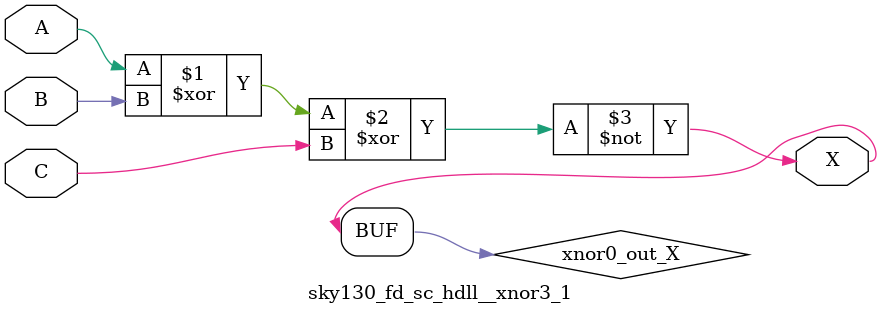
<source format=v>
/*
 * Copyright 2020 The SkyWater PDK Authors
 *
 * Licensed under the Apache License, Version 2.0 (the "License");
 * you may not use this file except in compliance with the License.
 * You may obtain a copy of the License at
 *
 *     https://www.apache.org/licenses/LICENSE-2.0
 *
 * Unless required by applicable law or agreed to in writing, software
 * distributed under the License is distributed on an "AS IS" BASIS,
 * WITHOUT WARRANTIES OR CONDITIONS OF ANY KIND, either express or implied.
 * See the License for the specific language governing permissions and
 * limitations under the License.
 *
 * SPDX-License-Identifier: Apache-2.0
*/


`ifndef SKY130_FD_SC_HDLL__XNOR3_1_FUNCTIONAL_V
`define SKY130_FD_SC_HDLL__XNOR3_1_FUNCTIONAL_V

/**
 * xnor3: 3-input exclusive NOR.
 *
 * Verilog simulation functional model.
 */

`timescale 1ns / 1ps
`default_nettype none

`celldefine
module sky130_fd_sc_hdll__xnor3_1 (
    X,
    A,
    B,
    C
);

    // Module ports
    output X;
    input  A;
    input  B;
    input  C;

    // Local signals
    wire xnor0_out_X;

    //   Name   Output       Other arguments
    xnor xnor0 (xnor0_out_X, A, B, C        );
    buf  buf0  (X          , xnor0_out_X    );

endmodule
`endcelldefine

`default_nettype wire
`endif  // SKY130_FD_SC_HDLL__XNOR3_1_FUNCTIONAL_V

</source>
